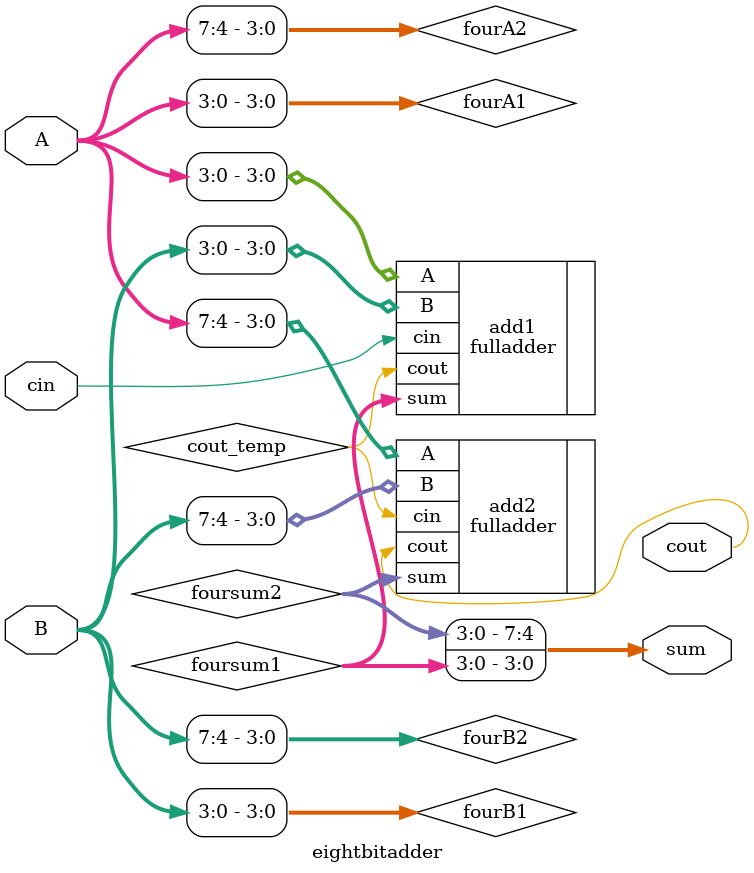
<source format=sv>
`timescale 1ns / 1ps

module eightbitadder(
    input logic [7:0] A,B,
    input logic cin,
    output logic [7:0] sum,
    output logic cout
    );
    wire [3:0] fourA1,fourB1,fourA2,fourB2,foursum1,foursum2;
    wire cout_temp;
    assign fourA1= A[3:0];
    assign fourB1=B[3:0];
    assign fourA2=A[7:4];
    assign fourB2=B[7:4];
    assign sum[3:0]=foursum1;
    assign sum[7:4] = foursum2;
    fulladder add1(.A(fourA1),.B(fourB1),.sum(foursum1),.cout(cout_temp),.cin(cin));
    fulladder add2(.A(fourA2),.B(fourB2),.sum(foursum2),.cout(cout),.cin(cout_temp));
endmodule

</source>
